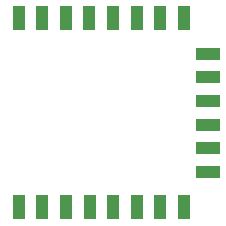
<source format=gbp>
G04 Layer: BottomPasteMaskLayer*
G04 EasyEDA v6.5.48, 2025-03-08 11:52:12*
G04 30e90ac5d70944fe866dc529022a22e9,369c048249c94b259d5cf78f180de413,10*
G04 Gerber Generator version 0.2*
G04 Scale: 100 percent, Rotated: No, Reflected: No *
G04 Dimensions in millimeters *
G04 leading zeros omitted , absolute positions ,4 integer and 5 decimal *
%FSLAX45Y45*%
%MOMM*%

%AMMACRO1*21,1,$1,$2,0,0,$3*%
%ADD10MACRO1,2.0015X1.0008X-90.0000*%
%ADD11MACRO1,2.0015X0.9982X-90.0000*%
%ADD12MACRO1,2.0015X0.9982X0.0000*%
%ADD13MACRO1,1.999X1.0008X0.0000*%
%ADD14MACRO1,2.0015X1.0008X90.0000*%
%ADD15MACRO1,1.999X1.0008X90.0000*%
%ADD16MACRO1,1.999X0.9982X90.0000*%
%ADD17MACRO1,2.0015X0.9982X90.0000*%

%LPD*%
D10*
G01*
X3149600Y-2781300D03*
D11*
G01*
X3349625Y-2781300D03*
D10*
G01*
X3549650Y-2781300D03*
G01*
X3749547Y-2781300D03*
G01*
X3949700Y-2781300D03*
G01*
X4149597Y-2781300D03*
G01*
X4349496Y-2781300D03*
G01*
X4549647Y-2781300D03*
D12*
G01*
X4749800Y-3081401D03*
D13*
G01*
X4749673Y-3281172D03*
G01*
X4749673Y-3481069D03*
G01*
X4749673Y-3681222D03*
G01*
X4749673Y-3881119D03*
G01*
X4749673Y-4081017D03*
D14*
G01*
X4550155Y-4381246D03*
D15*
G01*
X4349750Y-4381372D03*
D16*
G01*
X4149979Y-4381627D03*
D14*
G01*
X3949953Y-4381500D03*
D16*
G01*
X3749929Y-4381372D03*
D14*
G01*
X3549903Y-4381500D03*
D17*
G01*
X3349879Y-4381500D03*
D14*
G01*
X3149853Y-4381500D03*
M02*

</source>
